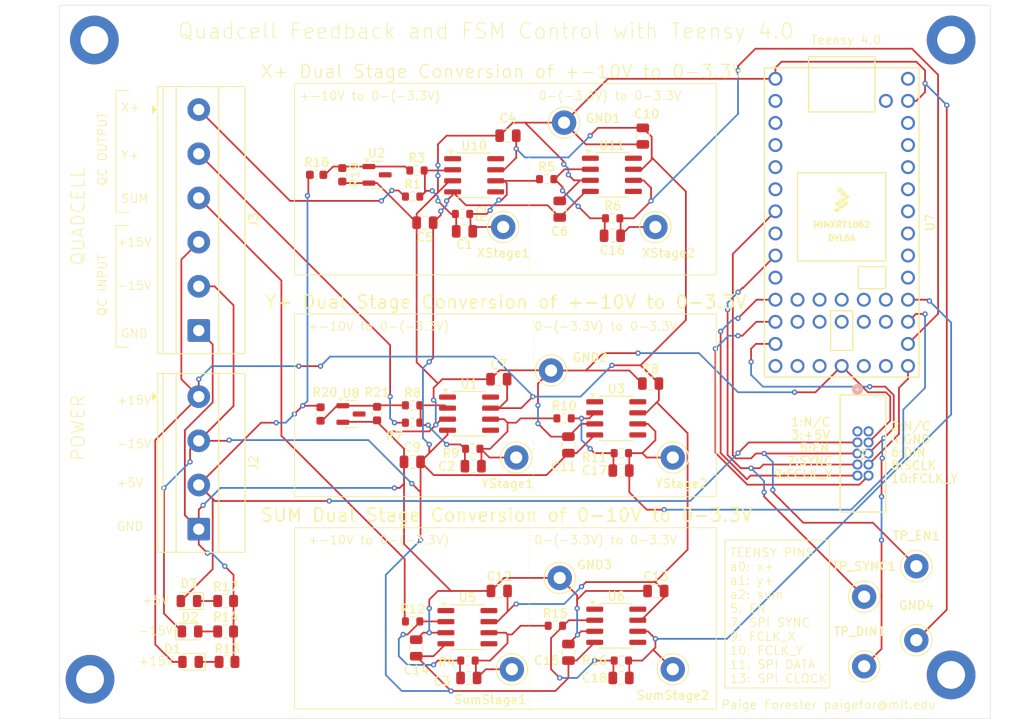
<source format=kicad_pcb>
(kicad_pcb (version 20241229) (generator "pcbnew") (generator_version "9.0")
  (layers (0 "F.Cu" signal) (2 "B.Cu" signal) (13 "F.Paste" user) (15 "B.Paste" user) (5 "F.SilkS" user "F.Silkscreen") (7 "B.SilkS" user "B.Silkscreen") (1 "F.Mask" user) (3 "B.Mask" user) (25 "Edge.Cuts" user))
  (net 0 "")
  (net 1 "Net-(U2-K)")
  (net 3 "+5V")
  (net 4 "+15V")
  (net 5 "-15V")
  (net 6 "GND")
  (net 38 "Net-(U10--)")
  (net 39 "Net-(U1--)")
  (net 40 "Net-(U5--)")
  (net 41 "Net-(U11--)")
  (net 42 "Net-(U3--)")
  (net 43 "Net-(U6--)")
  (net 62 "/x+")
  (net 63 "/SCLK")
  (net 64 "/EN")
  (net 65 "/FCLK_X")
  (net 66 "/FCLK_Y")
  (net 67 "/SYNC")
  (net 68 "/DIN")
  (net 69 "/y+")
  (net 70 "/sum")
  (net 72 "/x_stage1")
  (net 73 "/y_stage1")
  (net 74 "/sum_stage1")
  (net 75 "Net-(D1-K)")
  (net 76 "Net-(D3-K)")
  (net 77 "Net-(D2-A)")
  (net 78 "Net-(U8-K)")
  (net 80 "/x_stage2")
  (net 81 "/y_stage2")
  (net 82 "/sum_stage2")
  (footprint "Resistor_SMD:R_0603_1608Metric" (layer "F.Cu") (at 96.5 44.5)
    (property "Reference" "R5")
    (property "Value" "100k")
  )
  (footprint "LED_SMD:LED_0805_2012Metric" (layer "F.Cu") (at 55.5625 100 180)
    (property "Reference" "D1")
    (property "Value" "5962-XL-2012UGCTR-ND")
  )
  (footprint "Capacitor_SMD:C_0805_2012Metric" (layer "F.Cu") (at 81.5 98.39625 -90)
    (property "Reference" "C14")
    (property "Value" "0.1uF")
  )
  (footprint "MountingHole:MountingHole_3.2mm_M3_DIN965_Pad_TopBottom" (layer "F.Cu") (at 143 28.5)
    (property "Reference" "H3")
    (property "Value" "MountingHole_Pad_MP")
  )
  (footprint "TestPoint:TestPoint_Loop_D3.50mm_Drill1.4mm_Beaded" (layer "F.Cu") (at 111 76.5)
    (property "Reference" "YStage2")
    (property "Value" "TP_ystage2")
  )
  (footprint "Capacitor_SMD:C_0805_2012Metric" (layer "F.Cu") (at 91.05 91.84625)
    (property "Reference" "C12")
    (property "Value" "0.1uF")
  )
  (footprint "TestPoint:TestPoint_Loop_D3.50mm_Drill1.4mm_Beaded" (layer "F.Cu") (at 91.5 50)
    (property "Reference" "XStage1")
    (property "Value" "TP_xstage1")
  )
  (footprint "Capacitor_SMD:C_0805_2012Metric" (layer "F.Cu") (at 91 67.5)
    (property "Reference" "C7")
    (property "Value" "0.1uF")
  )
  (footprint "Capacitor_SMD:C_0805_2012Metric" (layer "F.Cu") (at 99 98.89625 -90)
    (property "Reference" "C15")
    (property "Value" "0.1uF")
  )
  (footprint "Resistor_SMD:R_0603_1608Metric" (layer "F.Cu") (at 105.0875 99.84625)
    (property "Reference" "R16")
    (property "Value" "100k")
  )
  (footprint "Capacitor_SMD:C_0805_2012Metric" (layer "F.Cu") (at 105.05 78)
    (property "Reference" "C17")
    (property "Value" "C")
  )
  (footprint "Resistor_SMD:R_0603_1608Metric" (layer "F.Cu") (at 104.0875 49)
    (property "Reference" "R6")
    (property "Value" "100k")
  )
  (footprint "Resistor_SMD:R_0603_1608Metric" (layer "F.Cu") (at 81.0875 95.34625)
    (property "Reference" "R12")
    (property "Value" "100k")
  )
  (footprint "Package_SO:SOIC-8_3.9x4.9mm_P1.27mm" (layer "F.Cu") (at 88.1625 44.055)
    (property "Reference" "U10")
    (property "Value" "LT1012")
  )
  (footprint "Package_TO_SOT_SMD:SOT-23" (layer "F.Cu") (at 74 71.5)
    (property "Reference" "U8")
    (property "Value" "LM4040DBZ-2.0")
  )
  (footprint "TestPoint:TestPoint_Loop_D3.50mm_Drill1.4mm_Beaded" (layer "F.Cu") (at 139 89 180)
    (property "Reference" "TP_EN1")
    (property "Value" "TP_EN")
  )
  (footprint "Resistor_SMD:R_0805_2012Metric" (layer "F.Cu") (at 59.75 100 180)
    (property "Reference" "R13")
    (property "Value" "1300")
  )
  (footprint "TestPoint:TestPoint_Loop_D3.50mm_Drill1.4mm_Beaded" (layer "F.Cu") (at 92.5 100.84625)
    (property "Reference" "SumStage1")
    (property "Value" "TP_sumstage1")
  )
  (footprint "Resistor_SMD:R_0805_2012Metric" (layer "F.Cu") (at 59.5875 96.5)
    (property "Reference" "R14")
    (property "Value" "1300")
  )
  (footprint "TestPoint:TestPoint_Loop_D3.50mm_Drill1.4mm_Beaded" (layer "F.Cu") (at 139 97.5 180)
    (property "Reference" "GND4")
    (property "Value" "TP_GND4")
  )
  (footprint "Capacitor_SMD:C_0603_1608Metric" (layer "F.Cu") (at 73 44 -90)
    (property "Reference" "R19")
    (property "Value" "10k")
  )
  (footprint "Capacitor_SMD:C_0805_2012Metric" (layer "F.Cu") (at 99 75.05 -90)
    (property "Reference" "C11")
    (property "Value" "0.1uF")
  )
  (footprint "MountingHole:MountingHole_3.2mm_M3_DIN965_Pad_TopBottom" (layer "F.Cu") (at 44.5 28.5)
    (property "Reference" "H1")
    (property "Value" "MountingHole_Pad_MP")
  )
  (footprint "TestPoint:TestPoint_Loop_D3.50mm_Drill1.4mm_Beaded" (layer "F.Cu") (at 109 50)
    (property "Reference" "XStage2")
    (property "Value" "TP_xstage2")
  )
  (footprint "LED_SMD:LED_0805_2012Metric" (layer "F.Cu") (at 55.5 96.5)
    (property "Reference" "D2")
    (property "Value" "5962-XL-2012UGCTR-ND")
  )
  (footprint "Package_SO:SOIC-8_3.9x4.9mm_P1.27mm" (layer "F.Cu") (at 104 44)
    (property "Reference" "U11")
    (property "Value" "LT1012")
  )
  (footprint "Capacitor_SMD:C_0805_2012Metric" (layer "F.Cu") (at 107.55 39.55 90)
    (property "Reference" "C10")
    (property "Value" "0.1uF")
  )
  (footprint "Resistor_SMD:R_0603_1608Metric" (layer "F.Cu") (at 81.0875 72.5)
    (property "Reference" "R7")
    (property "Value" "100k")
  )
  (footprint "Capacitor_SMD:C_0603_1608Metric" (layer "F.Cu") (at 70.05 44)
    (property "Reference" "R18")
    (property "Value" "750")
  )
  (footprint "Capacitor_SMD:C_0805_2012Metric" (layer "F.Cu") (at 108.45 68)
    (property "Reference" "C8")
    (property "Value" "0.1uF")
  )
  (footprint "Capacitor_SMD:C_0805_2012Metric" (layer "F.Cu") (at 87.55 101.84625)
    (property "Reference" "C3")
    (property "Value" "C")
  )
  (footprint "Package_TO_SOT_SMD:SOT-23" (layer "F.Cu") (at 77 44)
    (property "Reference" "U2")
    (property "Value" "LM4040DBZ-2.0")
  )
  (footprint "Resistor_SMD:R_0603_1608Metric" (layer "F.Cu") (at 81.5875 43.5)
    (property "Reference" "R3")
    (property "Value" "20k")
  )
  (footprint "TerminalBlock_Phoenix:TerminalBlock_Phoenix_MKDS-1,5-4-5.08_1x04_P5.08mm_Horizontal" (layer "F.Cu") (at 56.5 69.5 -90)
    (property "Reference" "J2")
    (property "Value" "Screw_Terminal_01x04")
  )
  (footprint "TestPoint:TestPoint_Loop_D3.50mm_Drill1.4mm_Beaded" (layer "F.Cu") (at 98 90.34625)
    (property "Reference" "GND3")
    (property "Value" "TP_GND3")
  )
  (footprint "Package_SO:SOIC-8_3.9x4.9mm_P1.27mm" (layer "F.Cu") (at 87.575 71.46)
    (property "Reference" "U1")
    (property "Value" "LT1012")
  )
  (footprint "Capacitor_SMD:C_0805_2012Metric" (layer "F.Cu") (at 98 47.95 -90)
    (property "Reference" "C6")
    (property "Value" "0.1uF")
  )
  (footprint "Resistor_SMD:R_0603_1608Metric" (layer "F.Cu") (at 105.0875 76)
    (property "Reference" "R11")
    (property "Value" "100k")
  )
  (footprint "TestPoint:TestPoint_Loop_D3.50mm_Drill1.4mm_Beaded" (layer "F.Cu") (at 98.5 38)
    (property "Reference" "GND1")
    (property "Value" "TP_GND1")
  )
  (footprint "Capacitor_SMD:C_0603_1608Metric" (layer "F.Cu") (at 70.5 71.5 -90)
    (property "Reference" "R20")
    (property "Value" "750")
  )
  (footprint "FSM:CONN_3220-10-0100-00_CNC" (layer "F.Cu") (at 132.23 73.5 -90)
    (property "Reference" "J4")
    (property "Value" "FSM DRIVER")
  )
  (footprint "Package_SO:SOIC-8_3.9x4.9mm_P1.27mm" (layer "F.Cu") (at 87.3875 96.00875)
    (property "Reference" "U5")
    (property "Value" "LT1012")
  )
  (footprint "Resistor_SMD:R_0603_1608Metric" (layer "F.Cu") (at 97.5 95.84625)
    (property "Reference" "R15")
    (property "Value" "100k")
  )
  (footprint "Resistor_SMD:R_0603_1608Metric" (layer "F.Cu") (at 87.45 99.84625)
    (property "Reference" "R4")
    (property "Value" "33k")
  )
  (footprint "TestPoint:TestPoint_Loop_D3.50mm_Drill1.4mm_Beaded" (layer "F.Cu") (at 133 100.5 180)
    (property "Reference" "TP_DIN1")
    (property "Value" "TP_DIN")
  )
  (footprint "Capacitor_SMD:C_0805_2012Metric" (layer "F.Cu") (at 81.05 77)
    (property "Reference" "C9")
    (property "Value" "0.1uF")
  )
  (footprint "teensyFP:Teensy40" (layer "F.Cu") (at 130.42 49.47 -90)
    (property "Reference" "U7")
    (property "Value" "Teensy4.0")
  )
  (footprint "Resistor_SMD:R_0603_1608Metric" (layer "F.Cu") (at 88 75.5)
    (property "Reference" "R9")
    (property "Value" "16k")
  )
  (footprint "Resistor_SMD:R_0603_1608Metric" (layer "F.Cu") (at 86.825 48.5)
    (property "Reference" "R2")
    (property "Value" "16k")
  )
  (footprint "Capacitor_SMD:C_0805_2012Metric" (layer "F.Cu") (at 87.05 50.5)
    (property "Reference" "C1")
    (property "Value" "C")
  )
  (footprint "Capacitor_SMD:C_0805_2012Metric" (layer "F.Cu") (at 105.05 101.84625)
    (property "Reference" "C18")
    (property "Value" "C")
  )
  (footprint "Capacitor_SMD:C_0805_2012Metric" (layer "F.Cu") (at 88.05 77.5)
    (property "Reference" "C2")
    (property "Value" "C")
  )
  (footprint "Capacitor_SMD:C_0805_2012Metric" (layer "F.Cu") (at 92.05 39.5 180)
    (property "Reference" "C4")
    (property "Value" "0.1uF")
  )
  (footprint "MountingHole:MountingHole_3.2mm_M3_DIN965_Pad_TopBottom" (layer "F.Cu") (at 44 102)
    (property "Reference" "H2")
    (property "Value" "MountingHole_Pad_MP")
  )
  (footprint "Capacitor_SMD:C_0603_1608Metric" (layer "F.Cu") (at 77 71.45 -90)
    (property "Reference" "R21")
    (property "Value" "10k")
  )
  (footprint "Resistor_SMD:R_0603_1608Metric" (layer "F.Cu") (at 81.0875 70.5)
    (property "Reference" "R8")
    (property "Value" "20k")
  )
  (footprint "TestPoint:TestPoint_Loop_D3.50mm_Drill1.4mm_Beaded" (layer "F.Cu") (at 111 100.84625)
    (property "Reference" "SumStage2")
    (property "Value" "TP_sumstage2")
  )
  (footprint "Package_SO:SOIC-8_3.9x4.9mm_P1.27mm" (layer "F.Cu") (at 104.5 72)
    (property "Reference" "U3")
    (property "Value" "LT1012")
  )
  (footprint "Capacitor_SMD:C_0805_2012Metric" (layer "F.Cu") (at 104.05 51)
    (property "Reference" "C16")
    (property "Value" "C")
  )
  (footprint "Capacitor_SMD:C_0805_2012Metric" (layer "F.Cu") (at 82.5 49.5 180)
    (property "Reference" "C5")
    (property "Value" "0.1uF")
  )
  (footprint "Resistor_SMD:R_0805_2012Metric" (layer "F.Cu") (at 59.5875 93)
    (property "Reference" "R17")
    (property "Value" "300")
  )
  (footprint "Resistor_SMD:R_0603_1608Metric" (layer "F.Cu") (at 81.0875 46.5)
    (property "Reference" "R1")
    (property "Value" "100k")
  )
  (footprint "Capacitor_SMD:C_0805_2012Metric" (layer "F.Cu") (at 109.05 91.84625)
    (property "Reference" "C13")
    (property "Value" "0.1uF")
  )
  (footprint "LED_SMD:LED_0805_2012Metric" (layer "F.Cu") (at 55.375 93 180)
    (property "Reference" "D3")
    (property "Value" "5962-XL-2012UGCTR-ND")
  )
  (footprint "Package_SO:SOIC-8_3.9x4.9mm_P1.27mm" (layer "F.Cu") (at 104.5 95.84625)
    (property "Reference" "U6")
    (property "Value" "LT1012")
  )
  (footprint "TestPoint:TestPoint_Loop_D3.50mm_Drill1.4mm_Beaded" (layer "F.Cu") (at 133 92.5 180)
    (property "Reference" "TP_SYNC1")
    (property "Value" "TP_SYNC")
  )
  (footprint "TestPoint:TestPoint_Loop_D3.50mm_Drill1.4mm_Beaded" (layer "F.Cu") (at 93 76.5)
    (property "Reference" "YStage1")
    (property "Value" "TP_ystage1")
  )
  (footprint "MountingHole:MountingHole_3.2mm_M3_DIN965_Pad_TopBottom" (layer "F.Cu") (at 143 101.5)
    (property "Reference" "H4")
    (property "Value" "MountingHole_Pad_MP")
  )
  (footprint "TerminalBlock_Phoenix:TerminalBlock_Phoenix_MKDS-1,5-6-5.08_1x06_P5.08mm_Horizontal" (layer "F.Cu") (at 56.5 36.5 -90)
    (property "Reference" "J3")
    (property "Value" "Screw_Terminal_01x06")
  )
  (footprint "Resistor_SMD:R_0603_1608Metric" (layer "F.Cu") (at 98.5 72)
    (property "Reference" "R10")
    (property "Value" "100k")
  )
  (footprint "TestPoint:TestPoint_Loop_D3.50mm_Drill1.4mm_Beaded" (layer "F.Cu") (at 97 66.5)
    (property "Reference" "GND2")
    (property "Value" "TP_GND2")
  )
  (gr_rect (start 67.5 84.57125) (end 116 105.42875) (stroke (width 0.1)) (fill no) (layer "F.SilkS"))
  (gr_rect (start 117 86) (end 129 103) (stroke (width 0.1)) (fill no) (layer "F.SilkS"))
  (gr_line (start 47 34.32) (end 47 48.32) (stroke (width 0.1)) (layer "F.SilkS"))
  (gr_line (start 47 63.82) (end 48.5 63.82) (stroke (width 0.1)) (layer "F.SilkS"))
  (gr_line (start 47 34.32) (end 48.5 34.32) (stroke (width 0.1)) (layer "F.SilkS"))
  (gr_line (start 47 49.82) (end 47 63.82) (stroke (width 0.1)) (layer "F.SilkS"))
  (gr_rect (start 67.5 33.5) (end 116 55.5) (stroke (width 0.1)) (fill no) (layer "F.SilkS"))
  (gr_line (start 94.5 55.5) (end 94.5 33.5) (stroke (width 0.1) (type dot)) (layer "F.SilkS"))
  (gr_line (start 47 49.82) (end 48.5 49.82) (stroke (width 0.1)) (layer "F.SilkS"))
  (gr_line (start 95 60) (end 95 81) (stroke (width 0.1) (type dot)) (layer "F.SilkS"))
  (gr_rect (start 67.5 60) (end 116 81) (stroke (width 0.1)) (fill no) (layer "F.SilkS"))
  (gr_line (start 94.5 84.57125) (end 94.5 105.57125) (stroke (width 0.1) (type dot)) (layer "F.SilkS"))
  (gr_line (start 47 48.32) (end 48.5 48.32) (stroke (width 0.1)) (layer "F.SilkS"))
  (gr_rect (start 40.5 24.5) (end 147.5 106.5) (stroke (width 0.05)) (fill no) (layer "Edge.Cuts"))
  (gr_text "0-(-3.3V) to 0-3.3V" (at 95 86.57125 0) (layer "F.SilkS") (effects (font (size 1 1) (thickness 0.1)) (justify left bottom)))
  (gr_text "3:+5V" (at 124.5 74.5 0) (layer "F.SilkS") (effects (font (size 1 1)) (justify left bottom)))
  (gr_text "0-(-3.3V) to 0-3.3V" (at 95.5 35.5 0) (layer "F.SilkS") (effects (font (size 1 1) (thickness 0.1)) (justify left bottom)))
  (gr_text "7:SYNC" (at 124 77.5 0) (layer "F.SilkS") (effects (font (size 1 1)) (justify left bottom)))
  (gr_text "+-10V to 0-(-3.3V)" (at 69 62 0) (layer "F.SilkS") (effects (font (size 1 1) (thickness 0.1)) (justify left bottom)))
  (gr_text "Paige Forester paigefor@mit.edu" (at 116.5 105.5 0) (layer "F.SilkS") (effects (font (size 1 1) (thickness 0.1)) (justify left bottom)))
  (gr_text "+-10V to 0-(-3.3V)" (at 69 86.57125 0) (layer "F.SilkS") (effects (font (size 1 1) (thickness 0.1)) (justify left bottom)))
  (gr_text "SUM" (at 47.5 47.32 0) (layer "F.SilkS") (effects (font (size 1 1) (thickness 0.1)) (justify left bottom)))
  (gr_text "2:N/C" (at 136 73.5 0) (layer "F.SilkS") (effects (font (size 1 1)) (justify left bottom)))
  (gr_text "Quadcell Feedback and FSM Control with Teensy 4.0" (at 54 28.5 0) (layer "F.SilkS") (effects (font (size 1.762 1.762) (thickness 0.1)) (justify left bottom)))
  (gr_text "Y+ Dual Stage Conversion of +-10V to 0-3.3V" (at 64 59.5 0) (layer "F.SilkS") (effects (font (size 1.508 1.508) (thickness 0.1885)) (justify left bottom)))
  (gr_text "QC OUTPUT" (at 46 45.32 90) (layer "F.SilkS") (effects (font (size 1 1) (thickness 0.1)) (justify left bottom)))
  (gr_text "X+ Dual Stage Conversion of +-10V to 0-3.3V" (at 63.5 33 0) (layer "F.SilkS") (effects (font (size 1.508 1.508) (thickness 0.125)) (justify left bottom)))
  (gr_text "GND" (at 47 85 0) (layer "F.SilkS") (effects (font (size 1 1) (thickness 0.1)) (justify left bottom)))
  (gr_text "10:FCLK_Y" (at 136 79.5 0) (layer "F.SilkS") (effects (font (size 1 1)) (justify left bottom)))
  (gr_text "0-(-3.3V) to 0-3.3V" (at 95 62 0) (layer "F.SilkS") (effects (font (size 1 1) (thickness 0.1)) (justify left bottom)))
  (gr_text "SUM Dual Stage Conversion of 0-10V to 0-3.3V" (at 63.5 84 0) (layer "F.SilkS") (effects (font (size 1.508 1.508) (thickness 0.1885)) (justify left bottom)))
  (gr_text "Y+" (at 47.5 42.32 0) (layer "F.SilkS") (effects (font (size 1 1) (thickness 0.1)) (justify left bottom)))
  (gr_text "6:DIN" (at 136 76.5 0) (layer "F.SilkS") (effects (font (size 1 1)) (justify left bottom)))
  (gr_text "-15V" (at 49.5 97 0) (layer "F.SilkS") (effects (font (size 1 1) (thickness 0.1)) (justify left bottom)))
  (gr_text "-15V" (at 47 57.32 0) (layer "F.SilkS") (effects (font (size 1 1) (thickness 0.1)) (justify left bottom)))
  (gr_text "8:SCLK" (at 136 78 0) (layer "F.SilkS") (effects (font (size 1 1)) (justify left bottom)))
  (gr_text "+15V" (at 49.5 100.5 0) (layer "F.SilkS") (effects (font (size 1 1) (thickness 0.1)) (justify left bottom)))
  (gr_text "+5V" (at 47 80 0) (layer "F.SilkS") (effects (font (size 1 1) (thickness 0.1)) (justify left bottom)))
  (gr_text "QUADCELL" (at 43.5 54.5 90) (layer "F.SilkS") (effects (font (size 1.508 1.508) (thickness 0.1)) (justify left bottom)))
  (gr_text "1:N/C" (at 124.5 73 0) (layer "F.SilkS") (effects (font (size 1 1)) (justify left bottom)))
  (gr_text "GND\n" (at 47.5 62.82 0) (layer "F.SilkS") (effects (font (size 1 1) (thickness 0.1)) (justify left bottom)))
  (gr_text "TEENSY PINS\na0: x+\na1: y+\na2: sum\n5: EN\n7: SPI SYNC\n9: FCLK_X\n10: FCLK_Y\n11: SPI DATA\n13: SPI CLOCK" (at 117.5 102.5 0) (layer "F.SilkS") (effects (font (size 1 1) (thickness 0.1)) (justify left bottom)))
  (gr_text "4:GND" (at 136 75 0) (layer "F.SilkS") (effects (font (size 1 1)) (justify left bottom)))
  (gr_text "+15V" (at 47 52.32 0) (layer "F.SilkS") (effects (font (size 1 1) (thickness 0.1)) (justify left bottom)))
  (gr_text "Teensy 4.0" (at 126.8 29.08 0) (layer "F.SilkS") (effects (font (size 1 1) (thickness 0.1)) (justify left bottom)))
  (gr_text "5:EN" (at 125.5 76 0) (layer "F.SilkS") (effects (font (size 1 1)) (justify left bottom)))
  (gr_text "X+" (at 47.5 36.82 0) (layer "F.SilkS") (effects (font (size 1 1) (thickness 0.1)) (justify left bottom)))
  (gr_text "+5V" (at 49.9375 93.5 0) (layer "F.SilkS") (effects (font (size 1 1) (thickness 0.1)) (justify left bottom)))
  (gr_text "POWER" (at 43.5 77 90) (layer "F.SilkS") (effects (font (size 1.508 1.508) (thickness 0.1)) (justify left bottom)))
  (gr_text "+-10V to 0-(-3.3V)" (at 68 35.5 0) (layer "F.SilkS") (effects (font (size 1 1) (thickness 0.1)) (justify left bottom)))
  (gr_text "QC INPUT" (at 46 60.32 90) (layer "F.SilkS") (effects (font (size 1 1) (thickness 0.1)) (justify left bottom)))
  (gr_text "9:FCLK_X" (at 122.5 79 0) (layer "F.SilkS") (effects (font (size 1 1)) (justify left bottom)))
  (gr_text "-15V" (at 47 75.5 0) (layer "F.SilkS") (effects (font (size 1 1) (thickness 0.1)) (justify left bottom)))
  (gr_text "+15V" (at 47 70.5 0) (layer "F.SilkS") (effects (font (size 1 1) (thickness 0.1)) (justify left bottom)))
  (segment (start 80.225 43.05) (end 76.0625 43.05) (width 0.2) (layer "F.Cu") (net 1))
  (segment (start 71 44) (end 71.95 43.05) (width 0.2) (layer "F.Cu") (net 1))
  (segment (start 80.675 43.5) (end 80.225 43.05) (width 0.2) (layer "F.Cu") (net 1))
  (segment (start 71.95 43.05) (end 73 43.05) (width 0.2) (layer "F.Cu") (net 1))
  (segment (start 73 43.05) (end 76.0625 43.05) (width 0.2) (layer "F.Cu") (net 1))
  (segment (start 63.66 72.5) (end 65.4 72.5) (width 0.2) (layer "F.Cu") (net 3))
  (segment (start 69.1 44) (end 69.1 46.3) (width 0.2) (layer "F.Cu") (net 3))
  (segment (start 58.101 81.261) (end 58.101 89.3365) (width 0.2) (layer "F.Cu") (net 3))
  (segment (start 56.5 79.66) (end 58.101 81.261) (width 0.2) (layer "F.Cu") (net 3))
  (segment (start 132.23 74.77) (end 119.73 74.77) (width 0.2) (layer "F.Cu") (net 3))
  (segment (start 56.5 79.66) (end 58.34 81.5) (width 0.2) (layer "F.Cu") (net 3))
  (segment (start 68.45 70.55) (end 70.5 70.55) (width 0.2) (layer "F.Cu") (net 3))
  (segment (start 67.5 71.5) (end 68.45 70.55) (width 0.2) (layer "F.Cu") (net 3))
  (segment (start 56.5 79.66) (end 63.66 72.5) (width 0.2) (layer "F.Cu") (net 3))
  (segment (start 58.101 89.3365) (end 54.4375 93) (width 0.2) (layer "F.Cu") (net 3))
  (segment (start 119.73 74.77) (end 118.5 76) (width 0.2) (layer "F.Cu") (net 3))
  (segment (start 58.34 81.5) (end 71.5 81.5) (width 0.2) (layer "F.Cu") (net 3))
  (segment (start 69.1 46.3) (end 69 46.4) (width 0.2) (layer "F.Cu") (net 3))
  (via (at 68.45 70.55) (size 0.6) (drill 0.3) (layers "F.Cu" "B.Cu") (net 3))
  (via (at 71.5 81.5) (size 0.6) (drill 0.3) (layers "F.Cu" "B.Cu") (net 3))
  (via (at 118.5 76) (size 0.6) (drill 0.3) (layers "F.Cu" "B.Cu") (net 3))
  (via (at 67.5 71.5) (size 0.6) (drill 0.3) (layers "F.Cu" "B.Cu") (net 3))
  (via (at 65.4 72.5) (size 0.6) (drill 0.3) (layers "F.Cu" "B.Cu") (net 3))
  (via (at 69 46.4) (size 0.6) (drill 0.3) (layers "F.Cu" "B.Cu") (net 3))
  (segment (start 65.4 72.5) (end 66.5 72.5) (width 0.2) (layer "B.Cu") (net 3))
  (segment (start 69 46.4) (end 69 70) (width 0.2) (layer "B.Cu") (net 3))
  (segment (start 71.5 81.5) (end 113 81.5) (width 0.2) (layer "B.Cu") (net 3))
  (segment (start 66.5 72.5) (end 67.5 71.5) (width 0.2) (layer "B.Cu") (net 3))
  (segment (start 113 81.5) (end 118.5 76) (width 0.2) (layer "B.Cu") (net 3))
  (segment (start 69 70) (end 68.45 70.55) (width 0.2) (layer "B.Cu") (net 3))
  (segment (start 109.4 69.914999) (end 109.4 68) (width 0.2) (layer "F.Cu") (net 4))
  (segment (start 91.95 67.5) (end 91.95 69.5) (width 0.2) (layer "F.Cu") (net 4))
  (segment (start 107.449999 43.365) (end 108.576 42.238999) (width 0.2) (layer "F.Cu") (net 4))
  (segment (start 56.5 69.5) (end 54.5 67.5) (width 0.2) (layer "F.Cu") (net 4))
  (segment (start 54.5 53.74) (end 56.5 51.74) (width 0.2) (layer "F.Cu") (net 4))
  (segment (start 56.5 69.5) (end 51.5 74.5) (width 0.2) (layer "F.Cu") (net 4))
  (segment (start 108.974 90.82025) (end 101.026 90.82025) (width 0.2) (layer "F.Cu") (net 4))
  (segment (start 91.024999 70.825) (end 90.05 70.825) (width 0.2) (layer "F.Cu") (net 4))
  (segment (start 93 42.032499) (end 91.612499 43.42) (width 0.2) (layer "F.Cu") (net 4))
  (segment (start 107.36 95.21125) (end 106.975 95.21125) (width 0.2) (layer "F.Cu") (net 4))
  (segment (start 91.95 69.5) (end 91.95 69.899999) (width 0.2) (layer "F.Cu") (net 4))
  (segment (start 101.026 90.82025) (end 100.5 91.34625) (width 0.2) (layer "F.Cu") (net 4))
  (segment (start 92 94.211249) (end 90.837499 95.37375) (width 0.2) (layer "F.Cu") (net 4))
  (segment (start 106.475 43.365) (end 107.449999 43.365) (width 0.2) (layer "F.Cu") (net 4))
  (segment (start 112.701 73.701) (end 109.1575 70.1575) (width 0.2) (layer "F.Cu") (net 4))
  (segment (start 107.3 65.9) (end 104 65.9) (width 0.2) (layer "F.Cu") (net 4))
  (segment (start 102.4 38.6) (end 101.5 39.5) (width 0.2) (layer "F.Cu") (net 4))
  (segment (start 109.4 68) (end 107.3 65.9) (width 0.2) (layer "F.Cu") (net 4))
  (segment (start 91.612499 43.42) (end 90.6375 43.42) (width 0.2) (layer "F.Cu") (net 4))
  (segment (start 109.1575 70.1575) (end 109.4 69.914999) (width 0.2) (layer "F.Cu") (net 4))
  (segment (start 110 92.57125) (end 107.36 95.21125) (width 0.2) (layer "F.Cu") (net 4))
  (segment (start 110 91.84625) (end 108.974 90.82025) (width 0.2) (layer "F.Cu") (net 4))
  (segment (start 92 91.84625) (end 92 94.211249) (width 0.2) (layer "F.Cu") (net 4))
  (segment (start 91.95 69.899999) (end 91.024999 70.825) (width 0.2) (layer "F.Cu") (net 4))
  (segment (start 92.864999 93.34625) (end 92 94.211249) (width 0.2) (layer "F.Cu") (net 4))
  (segment (start 107.949999 71.365) (end 109.1575 70.1575) (width 0.2) (layer "F.Cu") (net 4))
  (segment (start 112.701 87.09325) (end 112.701 73.701) (width 0.2) (layer "F.Cu") (net 4))
  (segment (start 68 66) (end 70.5 66) (width 0.2) (layer "F.Cu") (net 4))
  (segment (start 108.576 42.238999) (end 108.576 42) (width 0.2) (layer "F.Cu") (net 4))
  (segment (start 110 91.84625) (end 110 92.57125) (width 0.2) (layer "F.Cu") (net 4))
  (segment (start 90.837499 95.37375) (end 89.8625 95.37375) (width 0.2) (layer "F.Cu") (net 4))
  (segment (start 108.576 42) (end 108.576 39.626) (width 0.2) (layer "F.Cu") (net 4))
  (segment (start 56.5 69.5) (end 56.5 67.5) (width 0.2) (layer "F.Cu") (net 4))
  (segment (start 93 41) (end 93 42.032499) (width 0.2) (layer "F.Cu") (net 4))
  (segment (start 93 39.5) (end 93 41) (width 0.2) (layer "F.Cu") (net 4))
  (segment (start 112.5 45.924) (end 108.576 42) (width 0.2) (layer "F.Cu") (net 4))
  (segment (start 54.5 67.5) (end 54.5 53.74) (width 0.2) (layer "F.Cu") (net 4))
  (segment (start 107.55 38.6) (end 102.4 38.6) (width 0.2) (layer "F.Cu") (net 4))
  (segment (start 93 93.34625) (end 92.864999 93.34625) (width 0.2) (layer "F.Cu") (net 4))
  (segment (start 107.3 65.9) (end 112.5 60.7) (width 0.2) (layer "F.Cu") (net 4))
  (segment (start 112.5 60.7) (end 112.5 45.924) (width 0.2) (layer "F.Cu") (net 4))
  (segment (start 93.575 70.825) (end 94.9 69.5) (width 0.2) (layer "F.Cu") (net 4))
  (segment (start 53.5 100) (end 54.625 100) (width 0.2) (layer "F.Cu") (net 4))
  (segment (start 108.576 39.626) (end 107.55 38.6) (width 0.2) (layer "F.Cu") (net 4))
  (segment (start 108.974 90.82025) (end 112.701 87.09325) (width 0.2) (layer "F.Cu") (net 4))
  (segment (start 90.05 70.825) (end 93.575 70.825) (width 0.2) (layer "F.Cu") (net 4))
  (segment (start 51.5 98) (end 53.5 100) (width 0.2) (layer "F.Cu") (net 4))
  (segment (start 106.975 71.365) (end 107.949999 71.365) (width 0.2) (layer "F.Cu") (net 4))
  (segment (start 51.5 74.5) (end 51.5 98) (width 0.2) (layer "F.Cu") (net 4))
  (via (at 93 41) (size 0.6) (drill 0.3) (layers "F.Cu" "B.Cu") (net 4))
  (via (at 104 65.9) (size 0.6) (drill 0.3) (layers "F.Cu" "B.Cu") (net 4))
  (via (at 94.9 69.5) (size 0.6) (drill 0.3) (layers "F.Cu" "B.Cu") (net 4))
  (via (at 70.5 66) (size 0.6) (drill 0.3) (layers "F.Cu" "B.Cu") (net 4))
  (via (at 56.5 67.5) (size 0.6) (drill 0.3) (layers "F.Cu" "B.Cu") (net 4))
  (via (at 100.5 91.34625) (size 0.6) (drill 0.3) (layers "F.Cu" "B.Cu") (net 4))
  (via (at 101.5 39.5) (size 0.6) (drill 0.3) (layers "F.Cu" "B.Cu") (net 4))
  (via (at 93 93.34625) (size 0.6) (drill 0.3) (layers "F.Cu" "B.Cu") (net 4))
  (via (at 68 66) (size 0.6) (drill 0.3) (layers "F.Cu" "B.Cu") (net 4))
  (segment (start 58 66) (end 63.5 66) (width 0.2) (layer "B.Cu") (net 4))
  (segment (start 94 42) (end 93 41) (width 0.2) (layer "B.Cu") (net 4))
  (segment (start 90.399 64.899) (end 95 69.5) (width 0.2) (layer "B.Cu") (net 4))
  (segment (start 70.5 66) (end 71.601 64.899) (width 0.2) (layer "B.Cu") (net 4))
  (segment (start 98.5 93.34625) (end 93 93.34625) (width 0.2) (layer "B.Cu") (net 4))
  (segment (start 99 42) (end 94 42) (width 0.2) (layer "B.Cu") (net 4))
  (segment (start 100.5 91.34625) (end 98.5 93.34625) (width 0.2) (layer "B.Cu") (net 4))
  (segment (start 101.5 39.5) (end 99 42) (width 0.2) (layer "B.Cu") (net 4))
  (segment (start 56.5 67.5) (end 58 66) (width 0.2) (layer "B.Cu") (net 4))
  (segment (start 104 65.9) (end 100.4 69.5) (width 0.2) (layer "B.Cu") (net 4))
  (segment (start 63.5 66) (end 68 66) (width 0.2) (layer "B.Cu") (net 4))
  (segment (start 100.4 69.5) (end 95 69.5) (width 0.2) (layer "B.Cu") (net 4))
  (segment (start 71.601 64.899) (end 90.399 64.899) (width 0.2) (layer "B.Cu") (net 4))
  (segment (start 99.93 76) (end 102.025 73.905) (width 0.2) (layer "F.Cu") (net 5))
  (segment (start 100.995 45.905) (end 101.525 45.905) (width 0.2) (layer "F.Cu") (net 5))
  (segment (start 82 80.5) (end 82 81) (width 0.2) (layer "F.Cu") (net 5))
  (segment (start 58.32 56.82) (end 60.5 59) (width 0.2) (layer "F.Cu") (net 5))
  (segment (start 60.5 70.58) (end 56.5 74.58) (width 0.2) (layer "F.Cu") (net 5))
  (segment (start 85.6875 45.96) (end 85.6875 46.3125) (width 0.2) (layer "F.Cu") (net 5))
  (segment (start 96.6 47.5) (end 87.2275 47.5) (width 0.2) (layer "F.Cu") (net 5))
  (segment (start 83 76) (end 85.1 73.9) (width 0.2) (layer "F.Cu") (net 5))
  (segment (start 99 76) (end 96.474 78.526) (width 0.2) (layer "F.Cu") (net 5))
  (segment (start 55.5 77) (end 55.5 75.58) (width 0.2) (layer "F.Cu") (net 5))
  (segment (start 60.5 59) (end 60.5 70.58) (width 0.2) (layer "F.Cu") (net 5))
  (segment (start 85.6875 46.3125) (end 85 47) (width 0.2) (layer "F.Cu") (net 5))
  (segment (start 83.45 65.05) (end 83 65.5) (width 0.2) (layer "F.Cu") (net 5))
  (segment (start 84.325735 48.174265) (end 84.325735 48.624265) (width 0.2) (layer "F.Cu") (net 5))
  (segment (start 83.48 99.34625) (end 84.9125 97.91375) (width 0.2) (layer "F.Cu") (net 5))
  (segment (start 81.5 99.34625) (end 85.5 103.34625) (width 0.2) (layer "F.Cu") (net 5))
  (segment (start 96.474 78.526) (end 83.526 78.526) (width 0.2) (layer "F.Cu") (net 5))
  (segment (start 81 79.5) (end 82 80.5) (width 0.2) (layer "F.Cu") (net 5))
  (segment (start 97.5 103.34625) (end 99 101.84625) (width 0.2) (layer "F.Cu") (net 5))
  (segment (start 56.5 56.82) (end 58.32 56.82) (width 0.2) (layer "F.Cu") (net 5))
  (segment (start 56.5 74.58) (end 59.92 74.58) (width 0.2) (layer "F.Cu") (net 5))
  (segment (start 83 75) (end 83 76) (width 0.2) (layer "F.Cu") (net 5))
  (segment (start 87.2275 47.5) (end 85.6875 45.96) (width 0.2) (layer "F.Cu") (net 5))
  (segment (start 98 48.9) (end 96.6 47.5) (width 0.2) (layer "F.Cu") (net 5))
  (segment (start 82 81) (end 82 86) (width 0.2) (layer "F.Cu") (net 5))
  (segment (start 99 101.84625) (end 99 99.84625) (width 0.2) (layer "F.Cu") (net 5))
  (segment (start 85.5 103.34625) (end 97.5 103.34625) (width 0.2) (layer "F.Cu") (net 5))
  (segment (start 83.45 49.5) (end 83.45 65.05) (width 0.2) (layer "F.Cu") (net 5))
  (segment (start 55.5 75.58) (end 56.5 74.58) (width 0.2) (layer "F.Cu") (net 5))
  (segment (start 54.5625 96.5) (end 52.5 94.4375) (width 0.2) (layer "F.Cu") (net 5))
  (segment (start 52.5 94.4375) (end 52.5 80) (width 0.2) (layer "F.Cu") (net 5))
  (segment (start 98 48.9) (end 100.995 45.905) (width 0.2) (layer "F.Cu") (net 5))
  (segment (start 84.325735 48.624265) (end 83.45 49.5) (width 0.2) (layer "F.Cu") (net 5))
  (segment (start 82 77) (end 83 76) (width 0.2) (layer "F.Cu") (net 5))
  (segment (start 99.93 99.84625) (end 99 99.84625) (width 0.2) (layer "F.Cu") (net 5))
  (segment (start 102.025 97.75125) (end 99.93 99.84625) (width 0.2) (layer "F.Cu") (net 5))
  (segment (start 83.526 78.526) (end 82 77) (width 0.2) (layer "F.Cu") (net 5))
  (segment (start 59.92 74.58) (end 60 74.5) (width 0.2) (layer "F.Cu") (net 5))
  (segment (start 81.5 99.34625) (end 83.48 99.34625) (width 0.2) (layer "F.Cu") (net 5))
  (segment (start 99 76) (end 99.93 76) (width 0.2) (layer "F.Cu") (net 5))
  (segment (start 82 77) (end 82 81) (width 0.2) (layer "F.Cu") (net 5))
  (segment (start 85.1 73.9) (end 85.1 73.365) (width 0.2) (layer "F.Cu") (net 5))
  (via (at 85.5 103.34625) (size 0.6) (drill 0.3) (layers "F.Cu" "B.Cu") (net 5))
  (via (at 83 65.5) (size 0.6) (drill 0.3) (layers "F.Cu" "B.Cu") (net 5))
  (via (at 82 86) (size 0.6) (drill 0.3) (layers "F.Cu" "B.Cu") (net 5))
  (via (at 84.325735 48.174265) (size 0.6) (drill 0.3) (layers "F.Cu" "B.Cu") (net 5))
  (via (at 83 75) (size 0.6) (drill 0.3) (layers "F.Cu" "B.Cu") (net 5))
  (via (at 81 79.5) (size 0.6) (drill 0.3) (layers "F.Cu" "B.Cu") (net 5))
  (via (at 55.5 77) (size 0.6) (drill 0.3) (layers "F.Cu" "B.Cu") (net 5))
  (via (at 60 74.5) (size 0.6) (drill 0.3) (layers "F.Cu" "B.Cu") (net 5))
  (via (at 52.5 80) (size 0.6) (drill 0.3) (layers "F.Cu" "B.Cu") (net 5))
  (via (at 85 47) (size 0.6) (drill 0.3) (layers "F.Cu" "B.Cu") (net 5))
  (segment (start 78 101.5) (end 79.84625 103.34625) (width 0.2) (layer "B.Cu") (net 5))
  (segment (start 52.5 80) (end 55.5 77) (width 0.2) (layer "B.Cu") (net 5))
  (segment (start 85 47) (end 85 47.5) (width 0.2) (layer "B.Cu") (net 5))
  (segment (start 76 74.5) (end 81 79.5) (width 0.2) (layer "B.Cu") (net 5))
  (segment (start 79.84625 103.34625) (end 85.5 103.34625) (width 0.2) (layer "B.Cu") (net 5))
  (segment (start 82 86) (end 78 90) (width 0.2) (layer "B.Cu") (net 5))
  (segment (start 60 74.5) (end 76 74.5) (width 0.2) (layer "B.Cu") (net 5))
  (segment (start 85 47.5) (end 84.325735 48.174265) (width 0.2) (layer "B.Cu") (net 5))
  (segment (start 82.274334 66.225666) (end 82.274334 74.274334) (width 0.2) (layer "B.Cu") (net 5))
  (segment (start 78 90) (end 78 101.5) (width 0.2) (layer "B.Cu") (net 5))
  (segment (start 83 65.5) (end 82.274334 66.225666) (width 0.2) (layer "B.Cu") (net 5))
  (segment (start 82.274334 74.274334) (end 83 75) (width 0.2) (layer "B.Cu") (net 5))
  (segment (start 97 66.5) (end 101 66.5) (width 0.2) (layer "F.Cu") (net 6))
  (segment (start 56.5 82.5) (end 57 82) (width 0.2) (layer "F.Cu") (net 6))
  (segment (start 84.405 72.095) (end 85.1 72.095) (width 0.2) (layer "F.Cu") (net 6))
  (segment (start 100.465 72.635) (end 102.025 72.635) (width 0.2) (layer "F.Cu") (net 6))
  (segment (start 85 39.5) (end 84 40.5) (width 0.2) (layer "F.Cu") (net 6))
  (segment (start 80.1 75.5) (end 78.101 73.501) (width 0.2) (layer "F.Cu") (net 6))
  (segment (start 122.8 32.96) (end 122.8 31.7) (width 0.2) (layer "F.Cu") (net 6))
  (segment (start 100 92.34625) (end 100 92.84625) (width 0.2) (layer "F.Cu") (net 6))
  (segment (start 56.5 84.74) (end 54.899 83.139) (width 0.2) (layer "F.Cu") (net 6))
  (segment (start 79.6 80) (end 80.1 79.5) (width 0.2) (layer "F.Cu") (net 6))
  (segment (start 77 72.4) (end 73.1125 72.4) (width 0.2) (layer "F.Cu") (net 6))
  (segment (start 108.1 91.84625) (end 101 91.84625) (width 0.2) (layer "F.Cu") (net 6))
  (segment (start 59.5 89) (end 60.5 90) (width 0.2) (layer "F.Cu") (net 6))
  (segment (start 60.5 90) (end 60.5 93) (width 0.2) (layer "F.Cu") (net 6))
  (segment (start 84.515266 45.515266) (end 85.340532 44.69) (width 0.2) (layer "F.Cu") (net 6))
  (segment (start 84 46.030532) (end 83.515266 46.515266) (width 0.2) (layer "F.Cu") (net 6))
  (segment (start 101 91.84625) (end 100 92.84625) (width 0.2) (layer "F.Cu") (net 6))
  (segment (start 83 92.84625) (end 83 93.84625) (width 0.2) (layer "F.Cu") (net 6))
  (segment (start 99 74.1) (end 100.465 72.635) (width 0.2) (layer "F.Cu") (net 6))
  (segment (start 76.0625 44.95) (end 77 44.95) (width 0.2) (layer "F.Cu") (net 6))
  (segment (start 123.5 31) (end 139 31) (width 0.2) (layer "F.Cu") (net 6))
  (segment (start 140 34.5) (end 139 35.5) (width 0.2) (layer "F.Cu") (net 6))
  (segment (start 99 97.94625) (end 100.05 96.89625) (width 0.2) (layer "F.Cu") (net 6))
  (segment (start 101 40.5) (end 98.5 38) (width 0.2) (layer "F.Cu") (net 6))
  (segment (start 91.076 66.474) (end 96.974 66.474) (width 0.2) (layer "F.Cu") (net 6))
  (segment (start 81.55 49.5) (end 81.55 65.55) (width 0.2) (layer "F.Cu") (net 6))
  (segment (start 94 38) (end 98.5 38) (width 0.2) (layer "F.Cu") (net 6))
  (segment (start 99.635 44.635) (end 99 44) (width 0.2) (layer "F.Cu") (net 6))
  (segment (start 56.5 84.74) (end 56.5 82.5) (width 0.2) (layer "F.Cu") (net 6))
  (segment (start 77 72.4) (end 78.101 73.501) (width 0.2) (layer "F.Cu") (net 6))
  (segment (start 80.1 77) (end 80.1 79.5) (width 0.2) (layer "F.Cu") (net 6))
  (segment (start 60.5 96.5) (end 60.5 93) (width 0.2) (layer "F.Cu") (net 6))
  (segment (start 100 92.84625) (end 100 93.84625) (width 0.2) (layer "F.Cu") (net 6))
  (segment (start 83.5 68.5) (end 83.5 70) (width 0.2) (layer "F.Cu") (net 6))
  (segment (start 140 32) (end 140 33.5) (width 0.2) (layer "F.Cu") (net 6))
  (segment (start 97 74.1) (end 95.5 72.6) (width 0.2) (layer "F.Cu") (net 6))
  (segment (start 83 96.64375) (end 84.9125 96.64375) (width 0.2) (layer "F.Cu") (net 6))
  (segment (start 85.5 91.84625) (end 84 91.84625) (width 0.2) (layer "F.Cu") (net 6))
  (segment (start 83.515266 46.515266) (end 84.515266 45.515266) (width 0.2) (layer "F.Cu") (net 6))
  (segment (start 139 31) (end 140 32) (width 0.2) (layer "F.Cu") (net 6))
  (segment (start 90.05 67.5) (end 84.5 67.5) (width 0.2) (layer "F.Cu") (net 6))
  (segment (start 83.5 70) (end 83.5 69.9) (width 0.2) (layer "F.Cu") (net 6))
  (segment (start 73 44.95) (end 76.0625 44.95) (width 0.2) (layer "F.Cu") (net 6))
  (segment (start 127.4 69) (end 130.42 65.98) (width 0.2) (layer "F.Cu") (net 6))
  (segment (start 136 69.5) (end 135.5 69) (width 0.2) (layer "F.Cu") (net 6))
  (segment (start 84 68) (end 83.5 68.5) (width 0.2) (layer "F.Cu") (net 6))
  (segment (start 98.25 42.25) (end 94 38) (width 0.2) (layer "F.Cu") (net 6))
  (segment (start 84 44.1) (end 84 46.030532) (width 0.2) (layer "F.Cu") (net 6))
  (segment (start 100.465 96.48125) (end 102.025 96.48125) (width 0.2) (layer "F.Cu") (net 6))
  (segment (start 60.5 99.8375) (end 60.6625 100) (width 0.2) (layer "F.Cu") (net 6))
  (segment (start 85.340532 44.69) (end 85.6875 44.69) (width 0.2) (layer "F.Cu") (net 6))
  (segment (start 90.05 67.5) (end 91.076 66.474) (width 0.2) (layer "F.Cu") (net 6))
  (segment (start 54.899 83.139) (end 54.899 73.365156) (width 0.2) (layer "F.Cu") (net 6))
  (segment (start 101 66.5) (end 103 64.5) (width 0.2) (layer "F.Cu") (net 6))
  (segment (start 90.1 91.84625) (end 91.6 90.34625) (width 0.2) (layer "F.Cu") (net 6))
  (segment (start 92.6 38) (end 94 38) (width 0.2) (layer "F.Cu") (net 6))
  (segment (start 91.1 39.5) (end 85 39.5) (width 0.2) (layer "F.Cu") (net 6))
  (segment (start 95.5 70.5) (end 95.5 68) (width 0.2) (layer "F.Cu") (net 6))
  (segment (start 103 64.5) (end 107 64.5) (width 0.2) (layer "F.Cu") (net 6))
  (segment (start 106 66.5) (end 107.5 68) (width 0.2) (layer "F.Cu") (net 6))
  (segment (start 56.5 86.5) (end 57.5 87.5) (width 0.2) (layer "F.Cu") (net 6))
  (segment (start 140 33.5) (end 140 34.5) (width 0.2) (layer "F.Cu") (net 6))
  (segment (start 83.75 72.75) (end 84.405 72.095) (width 0.2) (layer "F.Cu") (net 6))
  (segment (start 142.5 94) (end 142.5 36) (width 0.2) (layer "F.Cu") (net 6))
  (segment (start 133.44 69) (end 130.42 65.98) (width 0.2) (layer "F.Cu") (net 6))
  (segment (start 81.55 65.55) (end 84 68) (width 0.2) (layer "F.Cu") (net 6))
  (segment (start 99 74.1) (end 97 74.1) (width 0.2) (layer "F.Cu") (net 6))
  (segment (start 58.101 63.501) (end 56.5 61.9) (width 0.2) (layer "F.Cu") (net 6))
  (segment (start 133.5 74.77) (end 136 72.27) (width 0.2) (layer "F.Cu") (net 6))
  (segment (start 80.1 86.44625) (end 85.5 91.84625) (width 0.2) (layer "F.Cu") (net 6))
  (segment (start 101.525 44.635) (end 99.635 44.635) (width 0.2) (layer "F.Cu") (net 6))
  (segment (start 139 97.5) (end 142.5 94) (width 0.2) (layer "F.Cu") (net 6))
  (segment (start 91.6 90.34625) (end 98 90.34625) (width 0.2) (layer "F.Cu") (net 6))
  (segment (start 81.55 49.5) (end 81.55 48.480532) (width 0.2) (layer "F.Cu") (net 6))
  (segment (start 135.5 69) (end 133.44 69) (width 0.2) (layer "F.Cu") (net 6))
  (segment (start 84 40.5) (end 84 42.9) (width 0.2) (layer "F.Cu") (net 6))
  (segment (start 95.5 68) (end 97 66.5) (width 0.2) (layer "F.Cu") (net 6))
  (segment (start 81.55 48.480532) (end 83.515266 46.515266) (width 0.2) (layer "F.Cu") (net 6))
  (segment (start 81.5 97.44625) (end 82.3025 96.64375) (width 0.2) (layer "F.Cu") (net 6))
  (segment (start 54.899 73.365156) (end 58.101 70.163156) (width 0.2) (layer "F.Cu") (net 6))
  (segment (start 139 35.5) (end 138.04 35.5) (width 0.2) (layer "F.Cu") (net 6))
  (segment (start 98.470071 42.770017) (end 98.470071 42.470071) (width 0.2) (layer "F.Cu") (net 6))
  (segment (start 136 72.27) (end 136 69.5) (width 0.2) (layer "F.Cu") (net 6))
  (segment (start 80.1 79.5) (end 80.1 86.44625) (width 0.2) (layer "F.Cu") (net 6))
  (segment (start 79 80) (end 79.6 80) (width 0.2) (layer "F.Cu") (net 6))
  (segment (start 80.1 77) (end 80.1 75.5) (width 0.2) (layer "F.Cu") (net 6))
  (segment (start 100.05 96.89625) (end 100.465 96.48125) (width 0.2) (layer "F.Cu") (net 6))
  (segment (start 96.974 66.474) (end 97 66.5) (width 0.2) (layer "F.Cu") (net 6))
  (segment (start 122.8 32.96) (end 103.54 32.96) (width 0.2) (layer "F.Cu") (net 6))
  (segment (start 78.101 73.501) (end 82.999 73.501) (width 0.2) (layer "F.Cu") (net 6))
  (segment (start 98 90.34625) (end 100 92.34625) (width 0.2) (layer "F.Cu") (net 6))
  (segment (start 58.101 70.163156) (end 58.101 63.501) (width 0.2) (layer "F.Cu") (net 6))
  (segment (start 98.470071 42.470071) (end 98.25 42.25) (width 0.2) (layer "F.Cu") (net 6))
  (segment (start 82.999 73.501) (end 83.75 72.75) (width 0.2) (layer "F.Cu") (net 6))
  (segment (start 107.55 40.5) (end 101 40.5) (width 0.2) (layer "F.Cu") (net 6))
  (segment (start 90.1 91.84625) (end 85.5 91.84625) (width 0.2) (layer "F.Cu") (net 6))
  (segment (start 91.1 39.5) (end 92.6 38) (width 0.2) (layer "F.Cu") (net 6))
  (segment (start 82.3025 96.64375) (end 83 96.64375) (width 0.2) (layer "F.Cu") (net 6))
  (segment (start 77 44.95) (end 81.55 49.5) (width 0.2) (layer "F.Cu") (net 6))
  (segment (start 84 91.84625) (end 83 92.84625) (width 0.2) (layer "F.Cu") (net 6))
  (segment (start 73.1125 72.4) (end 73.0625 72.45) (width 0.2) (layer "F.Cu") (net 6))
  (segment (start 101 66.5) (end 106 66.5) (width 0.2) (layer "F.Cu") (net 6))
  (segment (start 122.8 31.7) (end 123.5 31) (width 0.2) (layer "F.Cu") (net 6))
  (segment (start 103.54 32.96) (end 98.5 38) (width 0.2) (layer "F.Cu") (net 6))
  (segment (start 100.365 44.635) (end 101.525 44.635) (width 0.2) (layer "F.Cu") (net 6))
  (segment (start 98 47) (end 100.365 44.635) (width 0.2) (layer "F.Cu") (net 6))
  (segment (start 60.5 96.5) (end 60.5 99.8375) (width 0.2) (layer "F.Cu") (net 6))
  (segment (start 56.5 84.74) (end 56.5 86.5) (width 0.2) (layer "F.Cu") (net 6))
  (segment (start 84.5 67.5) (end 84 68) (width 0.2) (layer "F.Cu") (net 6))
  (segment (start 125 69) (end 127.4 69) (width 0.2) (layer "F.Cu") (net 6))
  (via (at 95.5 70.5) (size 0.6) (drill 0.3) (layers "F.Cu" "B.Cu") (net 6))
  (via (at 83.5 69.9) (size 0.6) (drill 0.3) (layers "F.Cu" "B.Cu") (net 6))
  (via (at 57.5 87.5) (size 0.6) (drill 0.3) (layers "F.Cu" "B.Cu") (net 6))
  (via (at 57 82) (size 0.6) (drill 0.3) (layers "F.Cu" "B.Cu") (net 6))
  (via (at 100.05 96.89625) (size 0.6) (drill 0.3) (layers "F.Cu" "B.Cu") (net 6))
  (via (at 100 93.84625) (size 0.6) (drill 0.3) (layers "F.Cu" "B.Cu") (net 6))
  (via (at 84 44.1) (size 0.6) (drill 0.3) (layers "F.Cu" "B.Cu") (net 6))
  (via (at 84 42.9) (size 0.6) (drill 0.3) (layers "F.Cu" "B.Cu") (net 6))
  (via (at 79 80) (size 0.6) (drill 0.3) (layers "F.Cu" "B.Cu") (net 6))
  (via (at 99 44) (size 0.6) (drill 0.3) (layers "F.Cu" "B.Cu") (net 6))
  (via (at 95.5 72.6) (size 0.6) (drill 0.3) (layers "F.Cu" "B.Cu") (net 6))
  (via (at 98.470071 42.770017) (size 0.6) (drill 0.3) (layers "F.Cu" "B.Cu") (net 6))
  (via (at 59.5 89) (size 0.6) (drill 0.3) (layers "F.Cu" "B.Cu") (net 6))
  (via (at 83.75 72.75) (size 0.6) (drill 0.3) (layers "F.Cu" "B.Cu") (net 6))
  (via (at 83 96.64375) (size 0.6) (drill 0.3) (layers "F.Cu" "B.Cu") (net 6))
  (via (at 83 93.84625) (size 0.6) (drill 0.3) (layers "F.Cu" "B.Cu") (net 6))
  (via (at 140 33.5) (size 0.6) (drill 0.3) (layers "F.Cu" "B.Cu") (net 6))
  (via (at 125 69) (size 0.6) (drill 0.3) (layers "F.Cu" "B.Cu") (net 6))
  (via (at 142.5 36) (size 0.6) (drill 0.3) (layers "F.Cu" "B.Cu") (net 6))
  (via (at 107 64.5) (size 0.6) (drill 0.3) (layers "F.Cu" "B.Cu") (net 6))
  (segment (start 107 64.5) (end 114 64.5) (width 0.2) (layer "B.Cu") (net 6))
  (segment (start 118.5 69) (end 125 69) (width 0.2) (layer "B.Cu") (net 6))
  (segment (start 83 93.84625) (end 83 96.64375) (width 0.2) (layer "B.Cu") (net 6))
  (segment (start 99 44) (end 99 43.299946) (width 0.2) (layer "B.Cu") (net 6))
  (segment (start 83.5 69.9) (end 83.75 70.15) (width 0.2) (layer "B.Cu") (net 6))
  (segment (start 57.5 87.5) (end 58 87.5) (width 0.2) (layer "B.Cu") (net 6))
  (segment (start 84 42.9) (end 84 44.1) (width 0.2) (layer "B.Cu") (net 6))
  (segment (start 142.5 36) (end 140 33.5) (width 0.2) (layer "B.Cu") (net 6))
  (segment (start 114 64.5) (end 118.5 69) (width 0.2) (layer "B.Cu") (net 6))
  (segment (start 57 82) (end 59 80) (width 0.2) (layer "B.Cu") (net 6))
  (segment (start 100 93.84625) (end 100 96.84625) (width 0.2) (layer "B.Cu") (net 6))
  (segment (start 100 96.84625) (end 100.05 96.89625) (width 0.2) (layer "B.Cu") (net 6))
  (segment (start 59 80) (end 79 80) (width 0.2) (layer "B.Cu") (net 6))
  (segment (start 95.5 72.6) (end 95.5 70.5) (width 0.2) (layer "B.Cu") (net 6))
  (segment (start 83.75 70.15) (end 83.75 72.75) (width 0.2) (layer "B.Cu") (net 6))
  (segment (start 99 43.299946) (end 98.470071 42.770017) (width 0.2) (layer "B.Cu") (net 6))
  (segment (start 58 87.5) (end 59.5 89) (width 0.2) (layer "B.Cu") (net 6))
  (segment (start 85.6075 43.5) (end 85.6875 43.42) (width 0.2) (layer "F.Cu") (net 38))
  (segment (start 82.5 43.5) (end 85.6075 43.5) (width 0.2) (layer "F.Cu") (net 38))
  (segment (start 85.9125 48.5) (end 85.5 48.5) (width 0.2) (layer "F.Cu") (net 38))
  (segment (start 86.1 50.5) (end 86.1 48.6875) (width 0.2) (layer "F.Cu") (net 38))
  (segment (start 86.1 48.6875) (end 85.9125 48.5) (width 0.2) (layer "F.Cu") (net 38))
  (segment (start 82.5 43.5) (end 82.5 46) (width 0.2) (layer "F.Cu") (net 38))
  (segment (start 83.341001 45.841001) (end 82.658999 45.841001) (width 0.2) (layer "F.Cu") (net 38))
  (segment (start 82.5 46) (end 82 46.5) (width 0.2) (layer "F.Cu") (net 38))
  (segment (start 85.5 48.5) (end 84 47) (width 0.2) (layer "F.Cu") (net 38))
  (segment (start 82.658999 45.841001) (end 82 46.5) (width 0.2) (layer "F.Cu") (net 38))
  (via (at 84 47) (size 0.6) (drill 0.3) (layers "F.Cu" "B.Cu") (net 38))
  (via (at 83.341001 45.841001) (size 0.6) (drill 0.3) (layers "F.Cu" "B.Cu") (net 38))
  (segment (start 84 47) (end 84 46.5) (width 0.2) (layer "B.Cu") (net 38))
  (segment (start 84 46.5) (end 83.341001 45.841001) (width 0.2) (layer "B.Cu") (net 38))
  (segment (start 87.0875 75.9125) (end 87.1 75.925) (width 0.2) (layer "F.Cu") (net 39))
  (segment (start 82.875334 72.776137) (end 82.276137 72.776137) (width 0.2) (layer "F.Cu") (net 39))
  (segment (start 82.276137 72.776137) (end 82 72.5) (width 0.2) (layer "F.Cu") (net 39))
  (segment (start 82 70.5) (end 84.775 70.5) (width 0.2) (layer "F.Cu") (net 39))
  (segment (start 87.0875 75.5) (end 86.5875 75) (width 0.2) (layer "F.Cu") (net 39))
  (segment (start 86.5875 75) (end 85 75) (width 0.2) (layer "F.Cu") (net 39))
  (segment (start 84.775 70.5) (end 85.1 70.825) (width 0.2) (layer "F.Cu") (net 39))
  (segment (start 87.1 75.925) (end 87.1 77.5) (width 0.2) (layer "F.Cu") (net 39))
  (segment (start 82 72.5) (end 82 70.5) (width 0.2) (layer "F.Cu") (net 39))
  (segment (start 87.0875 75.5) (end 87.0875 75.9125) (width 0.2) (layer "F.Cu") (net 39))
  (via (at 85 75) (size 0.6) (drill 0.3) (layers "F.Cu" "B.Cu") (net 39))
  (via (at 82.875334 72.776137) (size 0.6) (drill 0.3) (layers "F.Cu" "B.Cu") (net 39))
  (segment (start 85 75) (end 82.875334 72.875334) (width 0.2) (layer "B.Cu") (net 39))
  (segment (start 82.875334 72.875334) (end 82.875334 72.776137) (width 0.2) (layer "B.Cu") (net 39))
  (segment (start 82 95.34625) (end 84.885 95.34625) (width 0.2) (layer "F.Cu") (net 40))
  (segment (start 86.5375 99.84625) (end 86.5375 101.78375) (width 0.2) (layer "F.Cu") (net 40))
  (segment (start 86.5375 101.78375) (end 86.6 101.84625) (width 0.2) (layer "F.Cu") (net 40))
  (segment (start 84 99.84625) (end 83.5 100.34625) (width 0.2) (layer "F.Cu") (net 40))
  (segment (start 80.5 96.84625) (end 82 95.34625) (width 0.2) (layer "F.Cu") (net 40))
  (segment (start 84.885 95.34625) (end 84.9125 95.37375) (width 0.2) (layer "F.Cu") (net 40))
  (segment (start 80 96.84625) (end 80.5 96.84625) (width 0.2) (layer "F.Cu") (net 40))
  (segment (start 86.5375 99.84625) (end 84 99.84625) (width 0.2) (layer "F.Cu") (net 40))
  (via (at 80 96.84625) (size 0.6) (drill 0.3) (layers "F.Cu" "B.Cu") (net 40))
  (via (at 83.5 100.34625) (size 0.6) (drill 0.3) (layers "F.Cu" "B.Cu") (net 40))
  (segment (start 83.5 100.34625) (end 80.5 100.34625) (width 0.2) (layer "B.Cu") (net 40))
  (segment (start 79.5 97.34625) (end 80 96.84625) (width 0.2) (layer "B.Cu") (net 40))
  (segment (start 80.5 100.34625) (end 79.5 99.34625) (width 0.2) (layer "B.Cu") (net 40))
  (segment (start 79.5 99.34625) (end 79.5 97.34625) (width 0.2) (layer "B.Cu") (net 40))
  (segment (start 98.325735 45.413235) (end 97.4125 44.5) (width 0.2) (layer "F.Cu") (net 41))
  (segment (start 101.5 49) (end 100.124265 47.624265) (width 0.2) (layer "F.Cu") (net 41))
  (segment (start 103.175 49) (end 103.175 50.925) (width 0.2) (layer "F.Cu") (net 41))
  (segment (start 98.5475 43.365) (end 101.525 43.365) (width 0.2) (layer "F.Cu") (net 41))
  (segment (start 97.4125 44.5) (end 98.5475 43.365) (width 0.2) (layer "F.Cu") (net 41))
  (segment (start 103.175 49) (end 101.5 49) (width 0.2) (layer "F.Cu") (net 41))
  (segment (start 103.175 50.925) (end 103.1 51) (width 0.2) (layer "F.Cu") (net 41))
  (segment (start 98.325735 45.825735) (end 98.325735 45.413235) (width 0.2) (layer "F.Cu") (net 41))
  (via (at 98.325735 45.825735) (size 0.6) (drill 0.3) (layers "F.Cu" "B.Cu") (net 41))
  (via (at 100.124265 47.624265) (size 0.6) (drill 0.3) (layers "F.Cu" "B.Cu") (net 41))
  (segment (start 100.124265 47.624265) (end 98.325735 45.825735) (width 0.2) (layer "B.Cu") (net 41))
  (segment (start 102 76) (end 101.5 75.5) (width 0.2) (layer "F.Cu") (net 42))
  (segment (start 104.175 76) (end 102 76) (width 0.2) (layer "F.Cu") (net 42))
  (segment (start 99.4125 72) (end 100.5 72) (width 0.2) (layer "F.Cu") (net 42))
  (segment (start 100.5 72) (end 101.39 72) (width 0.2) (layer "F.Cu") (net 42))
  (segment (start 104.175 76) (end 104.175 77.925) (width 0.2) (layer "F.Cu") (net 42))
  (segment (start 101.39 72) (end 102.025 71.365) (width 0.2) (layer "F.Cu") (net 42))
  (segment (start 104.175 77.925) (end 104.1 78) (width 0.2) (layer "F.Cu") (net 42))
  (via (at 100.5 72) (size 0.6) (drill 0.3) (layers "F.Cu" "B.Cu") (net 42))
  (via (at 101.5 75.5) (size 0.6) (drill 0.3) (layers "F.Cu" "B.Cu") (net 42))
  (segment (start 100.5 74.5) (end 100.5 72) (width 0.2) (layer "B.Cu") (net 42))
  (segment (start 101.5 75.5) (end 100.5 74.5) (width 0.2) (layer "B.Cu") (net 42))
  (segment (start 99.0475 95.21125) (end 98.4125 95.84625) (width 0.2) (layer "F.Cu") (net 43))
  (segment (start 104.175 99.84625) (end 102 99.84625) (width 0.2) (layer "F.Cu") (net 43))
  (segment (start 102.025 95.21125) (end 99.0475 95.21125) (width 0.2) (layer "F.Cu") (net 43))
  (segment (start 104.175 101.77125) (end 104.1 101.84625) (width 0.2) (layer "F.Cu") (net 43))
  (segment (start 97 97.25875) (end 97 100.84625) (width 0.2) (layer "F.Cu") (net 43))
  (segment (start 104.175 99.84625) (end 104.175 101.77125) (width 0.2) (layer "F.Cu") (net 43))
  (segment (start 97 100.84625) (end 98 101.84625) (width 0.2) (layer "F.Cu") (net 43))
  (segment (start 98.4125 95.84625) (end 97 97.25875) (width 0.2) (layer "F.Cu") (net 43))
  (via (at 102 99.84625) (size 0.6) (drill 0.3) (layers "F.Cu" "B.Cu") (net 43))
  (via (at 98 101.84625) (size 0.6) (drill 0.3) (layers "F.Cu" "B.Cu") (net 43))
  (segment (start 100 101.84625) (end 102 99.84625) (width 0.2) (layer "B.Cu") (net 43))
  (segment (start 98 101.84625) (end 100 101.84625) (width 0.2) (layer "B.Cu") (net 43))
  (segment (start 79.475735 45.800735) (end 80.175 46.5) (width 0.2) (layer "F.Cu") (net 62))
  (segment (start 78.699265 45.800735) (end 79.475735 45.800735) (width 0.2) (layer "F.Cu") (net 62))
  (segment (start 67 47) (end 77.5 47) (width 0.2) (layer "F.Cu") (net 62))
  (segment (start 56.5 36.5) (end 67 47) (width 0.2) (layer "F.Cu") (net 62))
  (via (at 77.5 47) (size 0.6) (drill 0.3) (layers "F.Cu" "B.Cu") (net 62))
  (via (at 78.699265 45.800735) (size 0.6) (drill 0.3) (layers "F.Cu" "B.Cu") (net 62))
  (segment (start 77.5 47) (end 78.699265 45.800735) (width 0.2) (layer "B.Cu") (net 62))
  (segment (start 138.04 67.46) (end 138.04 65.98) (width 0.2) (layer "F.Cu") (net 63))
  (segment (start 137 73.81) (end 137 68.5) (width 0.2) (layer "F.Cu") (net 63))
  (segment (start 133.5 77.31) (end 137 73.81) (width 0.2) (layer "F.Cu") (net 63))
  (segment (start 137 68.5) (end 138.04 67.46) (width 0.2) (layer "F.Cu") (net 63))
  (segment (start 122.5 80.5) (end 122.5 80.226) (width 0.2) (layer "F.Cu") (net 64))
  (segment (start 117.899 76.248943) (end 117.899 53.101) (width 0.2) (layer "F.Cu") (net 64))
  (segment (start 139 89) (end 134 84) (width 0.2) (layer "F.Cu") (net 64))
  (segment (start 120 76.601) (end 118.251057 76.601) (width 0.2) (layer "F.Cu") (net 64))
  (segment (start 126 84) (end 122.5 80.5) (width 0.2) (layer "F.Cu") (net 64))
  (segment (start 117.899 53.101) (end 122.8 48.2) (width 0.2) (layer "F.Cu") (net 64))
  (segment (start 132.23 76.04) (end 121.5 76.04) (width 0.2) (layer "F.Cu") (net 64))
  (segment (start 120.561 76.04) (end 120 76.601) (width 0.2) (layer "F.Cu") (net 64))
  (segment (start 134 84) (end 126 84) (width 0.2) (layer "F.Cu") (net 64))
  (segment (start 118.251057 76.601) (end 117.899 76.248943) (width 0.2) (layer "F.Cu") (net 64))
  (segment (start 121.5 76.04) (end 120.561 76.04) (width 0.2) (layer "F.Cu") (net 64))
  (via (at 122.5 80.226) (size 0.6) (drill 0.3) (layers "F.Cu" "B.Cu") (net 64))
  (via (at 121.5 76.04) (size 0.6) (drill 0.3) (layers "F.Cu" "B.Cu") (net 64))
  (segment (start 122.5 77.04) (end 121.5 76.04) (width 0.2) (layer "B.Cu") (net 64))
  (segment (start 122.5 80.226) (end 122.5 77.04) (width 0.2) (layer "B.Cu") (net 64))
  (segment (start 120.639 58.36) (end 122.8 58.36) (width 0.2) (layer "F.Cu") (net 65))
  (segment (start 132.23 78.58) (end 119.935857 78.58) (width 0.2) (layer "F.Cu") (net 65))
  (segment (start 119.935857 78.58) (end 119.515857 79) (width 0.2) (layer "F.Cu") (net 65))
  (segment (start 119.515857 79) (end 116.5 75.984143) (width 0.2) (layer "F.Cu") (net 65))
  (segment (start 118.499 60.5) (end 120.639 58.36) (width 0.2) (layer "F.Cu") (net 65))
  (segment (start 116.5 75.984143) (end 116.5 62) (width 0.2) (layer "F.Cu") (net 65))
  (via (at 116.5 62) (size 0.6) (drill 0.3) (layers "F.Cu" "B.Cu") (net 65))
  (via (at 118.499 60.5) (size 0.6) (drill 0.3) (layers "F.Cu" "B.Cu") (net 65))
  (segment (start 118 60.5) (end 118.499 60.5) (width 0.2) (layer "B.Cu") (net 65))
  (segment (start 116.5 62) (end 118 60.5) (width 0.2) (layer "B.Cu") (net 65))
  (segment (start 133.5 78.58) (end 132.454 79.626) (width 0.2) (layer "F.Cu") (net 66))
  (segment (start 120.6 60.9) (end 122.8 60.9) (width 0.2) (layer "F.Cu") (net 66))
  (segment (start 115.9 75.951243) (end 115.9 64) (width 0.2) (layer "F.Cu") (net 66))
  (segment (start 119 62.5) (end 120.6 60.9) (width 0.2) (layer "F.Cu") (net 66))
  (segment (start 118.5 62.5) (end 119 62.5) (width 0.2) (layer "F.Cu") (net 66))
  (segment (start 119.574757 79.626) (end 115.9 75.951243) (width 0.2) (layer "F.Cu") (net 66))
  (segment (start 132.454 79.626) (end 119.574757 79.626) (width 0.2) (layer "F.Cu") (net 66))
  (via (at 115.9 64) (size 0.6) (drill 0.3) (layers "F.Cu" "B.Cu") (net 66))
  (via (at 118.5 62.5) (size 0.6) (drill 0.3) (layers "F.Cu" "B.Cu") (net 66))
  (segment (start 117.4 62.5) (end 118.5 62.5) (width 0.2) (layer "B.Cu") (net 66))
  (segment (start 115.9 64) (end 117.4 62.5) (width 0.2) (layer "B.Cu") (net 66))
  (segment (start 119 57) (end 119.08 57) (width 0.2) (layer "F.Cu") (net 67))
  (segment (start 133 92.5) (end 121.5 81) (width 0.2) (layer "F.Cu") (net 67))
  (segment (start 132.23 77.31) (end 121.42 77.31) (width 0.2) (layer "F.Cu") (net 67))
  (segment (start 118.5 57.5) (end 119 57) (width 0.2) (layer "F.Cu") (net 67))
  (segment (start 120 77.73) (end 118.812957 77.73) (width 0.2) (layer "F.Cu") (net 67))
  (segment (start 119.08 57) (end 122.8 53.28) (width 0.2) (layer "F.Cu") (net 67))
  (segment (start 118.812957 77.73) (end 117.299 76.216043) (width 0.2) (layer "F.Cu") (net 67))
  (segment (start 121.42 77.31) (end 121 77.73) (width 0.2) (layer "F.Cu") (net 67))
  (segment (start 121.5 81) (end 121.5 80.5) (width 0.2) (layer "F.Cu") (net 67))
  (segment (start 117.299 76.216043) (end 117.299 59.5) (width 0.2) (layer "F.Cu") (net 67))
  (segment (start 121 77.73) (end 120 77.73) (width 0.2) (layer "F.Cu") (net 67))
  (via (at 118.5 57.5) (size 0.6) (drill 0.3) (layers "F.Cu" "B.Cu") (net 67))
  (via (at 121.5 80.5) (size 0.6) (drill 0.3) (layers "F.Cu" "B.Cu") (net 67))
  (via (at 117.299 59.5) (size 0.6) (drill 0.3) (layers "F.Cu" "B.Cu") (net 67))
  (via (at 120 77.73) (size 0.6) (drill 0.3) (layers "F.Cu" "B.Cu") (net 67))
  (segment (start 121.5 79.23) (end 120 77.73) (width 0.2) (layer "B.Cu") (net 67))
  (segment (start 121.5 80.5) (end 121.5 79.23) (width 0.2) (layer "B.Cu") (net 67))
  (segment (start 117.299 58.701) (end 118.5 57.5) (width 0.2) (layer "B.Cu") (net 67))
  (segment (start 117.299 59.5) (end 117.299 58.701) (width 0.2) (layer "B.Cu") (net 67))
  (segment (start 120.56 63.44) (end 122.8 63.44) (width 0.2) (layer "F.Cu") (net 68))
  (segment (start 135.27 74.27) (end 136.401 73.139) (width 0.2) (layer "F.Cu") (net 68))
  (segment (start 120 65.5) (end 120 64) (width 0.2) (layer "F.Cu") (net 68))
  (segment (start 120 64) (end 120.56 63.44) (width 0.2) (layer "F.Cu") (net 68))
  (segment (start 133.5 76.04) (end 135.27 74.27) (width 0.2) (layer "F.Cu") (net 68))
  (segment (start 135 81) (end 135 76.65853) (width 0.2) (layer "F.Cu") (net 68))
  (segment (start 136.401 69.3339) (end 135.422835 68.355735) (width 0.2) (layer "F.Cu") (net 68))
  (segment (start 135 98.5) (end 135 86) (width 0.2) (layer "F.Cu") (net 68))
  (segment (start 136.401 73.139) (end 136.401 69.3339) (width 0.2) (layer "F.Cu") (net 68))
  (segment (start 135 76.65853) (end 135.079265 76.579265) (width 0.2) (layer "F.Cu") (net 68))
  (segment (start 135.422835 68.355735) (end 133.644265 68.355735) (width 0.2) (layer "F.Cu") (net 68))
  (segment (start 133 100.5) (end 135 98.5) (width 0.2) (layer "F.Cu") (net 68))
  (via (at 135 81) (size 0.6) (drill 0.3) (layers "F.Cu" "B.Cu") (net 68))
  (via (at 135.079265 76.579265) (size 0.6) (drill 0.3) (layers "F.Cu" "B.Cu") (net 68))
  (via (at 120 65.5) (size 0.6) (drill 0.3) (layers "F.Cu" "B.Cu") (net 68))
  (via (at 135.27 74.27) (size 0.6) (drill 0.3) (layers "F.Cu" "B.Cu") (net 68))
  (via (at 133.644265 68.355735) (size 0.6) (drill 0.3) (layers "F.Cu" "B.Cu") (net 68))
  (via (at 135 86) (size 0.6) (drill 0.3) (layers "F.Cu" "B.Cu") (net 68))
  (segment (start 135.079265 74.460735) (end 135.27 74.27) (width 0.2) (layer "B.Cu") (net 68))
  (segment (start 135.079265 76.579265) (end 135.079265 74.460735) (width 0.2) (layer "B.Cu") (net 68))
  (segment (start 133.644265 68.355735) (end 121.355735 68.355735) (width 0.2) (layer "B.Cu") (net 68))
  (segment (start 135 86) (end 135 81) (width 0.2) (layer "B.Cu") (net 68))
  (segment (start 120 67) (end 120 65.5) (width 0.2) (layer "B.Cu") (net 68))
  (segment (start 121.355735 68.355735) (end 120 67) (width 0.2) (layer "B.Cu") (net 68))
  (segment (start 79 72.5) (end 80.175 72.5) (width 0.2) (layer "F.Cu") (net 69))
  (segment (start 78.5 69) (end 78.5 69.5) (width 0.2) (layer "F.Cu") (net 69))
  (segment (start 56.5 41.58) (end 78.5 63.58) (width 0.2) (layer "F.Cu") (net 69))
  (segment (start 78.5 63.58) (end 78.5 69) (width 0.2) (layer "F.Cu") (net 69))
  (via (at 78.5 69.5) (size 0.6) (drill 0.3) (layers "F.Cu" "B.Cu") (net 69))
  (via (at 79 72.5) (size 0.6) (drill 0.3) (layers "F.Cu" "B.Cu") (net 69))
  (segment (start 78.5 69.5) (end 78.5 72) (width 0.2) (layer "B.Cu") (net 69))
  (segment (start 78.5 72) (end 79 72.5) (width 0.2) (layer "B.Cu") (net 69))
  (segment (start 66 56.16) (end 66 74) (width 0.2) (layer "F.Cu") (net 70))
  (segment (start 80.175 88.175) (end 80.175 95.34625) (width 0.2) (layer "F.Cu") (net 70))
  (segment (start 66 74) (end 80.175 88.175) (width 0.2) (layer "F.Cu") (net 70))
  (segment (start 56.5 46.66) (end 66 56.16) (width 0.2) (layer "F.Cu") (net 70))
  (segment (start 87.7375 49.7375) (end 87.7375 48.5) (width 0.2) (layer "F.Cu") (net 72))
  (segment (start 91.314468 46.9) (end 91.9135 46.300968) (width 0.2) (layer "F.Cu") (net 72))
  (segment (start 88 50.5) (end 88 50) (width 0.2) (layer "F.Cu") (net 72))
  (segment (start 88 50) (end 87.7375 49.7375) (width 0.2) (layer "F.Cu") (net 72))
  (segment (start 91.9135 44.991001) (end 91.612499 44.69) (width 0.2) (layer "F.Cu") (net 72))
  (segment (start 91.5 50) (end 88.5 50) (width 0.2) (layer "F.Cu") (net 72))
  (segment (start 89.6 48.5) (end 90 48.1) (width 0.2) (layer "F.Cu") (net 72))
  (segment (start 91 46.9) (end 91.314468 46.9) (width 0.2) (layer "F.Cu") (net 72))
  (segment (start 91.9135 46.300968) (end 91.9135 44.991001) (width 0.2) (layer "F.Cu") (net 72))
  (segment (start 91.612499 44.69) (end 90.6375 44.69) (width 0.2) (layer "F.Cu") (net 72))
  (segment (start 95.3975 44.69) (end 95.5875 44.5) (width 0.2) (layer "F.Cu") (net 72))
  (segment (start 88.5 50) (end 88 50.5) (width 0.2) (layer "F.Cu") (net 72))
  (segment (start 90.6375 44.69) (end 95.3975 44.69) (width 0.2) (layer "F.Cu") (net 72))
  (segment (start 87.7375 48.5) (end 89.6 48.5) (width 0.2) (layer "F.Cu") (net 72))
  (via (at 90 48.1) (size 0.6) (drill 0.3) (layers "F.Cu" "B.Cu") (net 72))
  (via (at 91 46.9) (size 0.6) (drill 0.3) (layers "F.Cu" "B.Cu") (net 72))
  (segment (start 90 47.9) (end 91 46.9) (width 0.2) (layer "B.Cu") (net 72))
  (segment (start 90 48.1) (end 90 47.9) (width 0.2) (layer "B.Cu") (net 72))
  (segment (start 93 76.5) (end 89.9125 76.5) (width 0.2) (layer "F.Cu") (net 73))
  (segment (start 90.05 72.095) (end 91.595 72.095) (width 0.2) (layer "F.Cu") (net 73))
  (segment (start 91.595 72.095) (end 92 72.5) (width 0.2) (layer "F.Cu") (net 73))
  (segment (start 90 75.5) (end 92 73.5) (width 0.2) (layer "F.Cu") (net 73))
  (segment (start 89.9125 76.5) (end 88.9125 75.5) (width 0.2) (layer "F.Cu") (net 73))
  (segment (start 89 77.5) (end 89 75.5875) (width 0.2) (layer "F.Cu") (net 73))
  (segment (start 88.9125 75.5) (end 90 75.5) (width 0.2) (layer "F.Cu") (net 73))
  (segment (start 93.5 72) (end 97.5875 72) (width 0.2) (layer "F.Cu") (net 73))
  (segment (start 92 72.5) (end 93 72.5) (width 0.2) (layer "F.Cu") (net 73))
  (segment (start 92 72.5) (end 92 73.5) (width 0.2) (layer "F.Cu") (net 73))
  (segment (start 93 72.5) (end 93.5 72) (width 0.2) (layer "F.Cu") (net 73))
  (segment (start 89 75.5875) (end 88.9125 75.5) (width 0.2) (layer "F.Cu") (net 73))
  (segment (start 89.8625 96.64375) (end 91.7975 96.64375) (width 0.2) (layer "F.Cu") (net 74))
  (segment (start 91.7975 96.64375) (end 92 96.84625) (width 0.2) (layer "F.Cu") (net 74))
  (segment (start 93.5 95.84625) (end 96.5875 95.84625) (width 0.2) (layer "F.Cu") (net 74))
  (segment (start 88.3625 101.70875) (end 88.5 101.84625) (width 0.2) (layer "F.Cu") (net 74))
  (segment (start 92 96.84625) (end 92.5 96.84625) (width 0.2) (layer "F.Cu") (net 74))
  (segment (start 89.5 100.84625) (end 92.5 100.84625) (width 0.2) (layer "F.Cu") (net 74))
  (segment (start 88.3625 99.84625) (end 90 99.84625) (width 0.2) (layer "F.Cu") (net 74))
  (segment (start 92.5 96.84625) (end 93.5 95.84625) (width 0.2) (layer "F.Cu") (net 74))
  (segment (start 92 96.84625) (end 92 97.84625) (width 0.2) (layer "F.Cu") (net 74))
  (segment (start 90 99.84625) (end 92 97.84625) (width 0.2) (layer "F.Cu") (net 74))
  (segment (start 88.5 101.84625) (end 89.5 100.84625) (width 0.2) (layer "F.Cu") (net 74))
  (segment (start 88.3625 99.84625) (end 88.3625 101.70875) (width 0.2) (layer "F.Cu") (net 74))
  (segment (start 56.5 100) (end 58.8375 100) (width 0.2) (layer "F.Cu") (net 75))
  (segment (start 56.3125 93) (end 58.675 93) (width 0.2) (layer "F.Cu") (net 76))
  (segment (start 56.4375 96.5) (end 58.675 96.5) (width 0.2) (layer "F.Cu") (net 77))
  (segment (start 77 70.5) (end 80.175 70.5) (width 0.2) (layer "F.Cu") (net 78))
  (segment (start 73.0625 70.55) (end 72.4 70.55) (width 0.2) (layer "F.Cu") (net 78))
  (segment (start 76.95 70.55) (end 77 70.5) (width 0.2) (layer "F.Cu") (net 78))
  (segment (start 73.0625 70.55) (end 76.95 70.55) (width 0.2) (layer "F.Cu") (net 78))
  (segment (start 72.4 70.55) (end 70.5 72.45) (width 0.2) (layer "F.Cu") (net 78))
  (segment (start 109 50) (end 106 50) (width 0.2) (layer "F.Cu") (net 80))
  (segment (start 105 49) (end 106.5 49) (width 0.2) (layer "F.Cu") (net 80))
  (segment (start 106 50) (end 105 51) (width 0.2) (layer "F.Cu") (net 80))
  (segment (start 108.5 47) (end 108.5 45.5) (width 0.2) (layer "F.Cu") (net 80))
  (segment (start 120.5 29.5) (end 118.5 31.5) (width 0.2) (layer "F.Cu") (net 80))
  (segment (start 105 49) (end 105 51) (width 0.2) (layer "F.Cu") (net 80))
  (segment (start 138.04 63.44) (end 141.5 59.98) (width 0.2) (layer "F.Cu") (net 80))
  (segment (start 108.5 45.5) (end 107.635 44.635) (width 0.2) (layer "F.Cu") (net 80))
  (segment (start 138.5 29.5) (end 120.5 29.5) (width 0.2) (layer "F.Cu") (net 80))
  (segment (start 118.5 31.5) (end 118.5 32) (width 0.2) (layer "F.Cu") (net 80))
  (segment (start 107.635 44.635) (end 106.475 44.635) (width 0.2) (layer "F.Cu") (net 80))
  (segment (start 141.5 32.5) (end 138.5 29.5) (width 0.2) (layer "F.Cu") (net 80))
  (segment (start 141.5 59.98) (end 141.5 32.5) (width 0.2) (layer "F.Cu") (net 80))
  (segment (start 106.5 49) (end 108.5 47) (width 0.2) (layer "F.Cu") (net 80))
  (via (at 118.5 32) (size 0.6) (drill 0.3) (layers "F.Cu" "B.Cu") (net 80))
  (via (at 108.5 47) (size 0.6) (drill 0.3) (layers "F.Cu" "B.Cu") (net 80))
  (segment (start 118.5 37) (end 108.5 47) (width 0.2) (layer "B.Cu") (net 80))
  (segment (start 118.5 32) (end 118.5 37) (width 0.2) (layer "B.Cu") (net 80))
  (segment (start 108 76.5) (end 107.5 76) (width 0.2) (layer "F.Cu") (net 81))
  (segment (start 108 82.5) (end 106 80.5) (width 0.2) (layer "F.Cu") (net 81))
  (segment (start 138.04 60.9) (end 138.94 60) (width 0.2) (layer "F.Cu") (net 81))
  (segment (start 111 76.5) (end 108 76.5) (width 0.2) (layer "F.Cu") (net 81))
  (segment (start 138.94 60) (end 140 60) (width 0.2) (layer "F.Cu") (net 81))
  (segment (start 108.135 72.635) (end 106.975 72.635) (width 0.2) (layer "F.Cu") (net 81))
  (segment (start 110 82.5) (end 108 82.5) (width 0.2) (layer "F.Cu") (net 81))
  (segment (start 107.5 76) (end 109 74.5) (width 0.2) (layer "F.Cu") (net 81))
  (segment (start 106 80.5) (end 106 78) (width 0.2) (layer "F.Cu") (net 81))
  (segment (start 106 76) (end 107.5 76) (width 0.2) (layer "F.Cu") (net 81))
  (segment (start 106 78) (end 106 76) (width 0.2) (layer "F.Cu") (net 81))
  (segment (start 109 74.5) (end 109 73.5) (width 0.2) (layer "F.Cu") (net 81))
  (segment (start 109 73.5) (end 108.135 72.635) (width 0.2) (layer "F.Cu") (net 81))
  (via (at 140 60) (size 0.6) (drill 0.3) (layers "F.Cu" "B.Cu") (net 81))
  (via (at 110 82.5) (size 0.6) (drill 0.3) (layers "F.Cu" "B.Cu") (net 81))
  (segment (start 140 60) (end 140 68.5) (width 0.2) (layer "B.Cu") (net 81))
  (segment (start 131.5 82.5) (end 110 82.5) (width 0.2) (layer "B.Cu") (net 81))
  (segment (start 137.5 71) (end 137.5 76.5) (width 0.2) (layer "B.Cu") (net 81))
  (segment (start 140 68.5) (end 137.5 71) (width 0.2) (layer "B.Cu") (net 81))
  (segment (start 137.5 76.5) (end 131.5 82.5) (width 0.2) (layer "B.Cu") (net 81))
  (segment (start 106 99.84625) (end 107.5 99.84625) (width 0.2) (layer "F.Cu") (net 82))
  (segment (start 109 98.34625) (end 109 97.34625) (width 0.2) (layer "F.Cu") (net 82))
  (segment (start 140.5 58.5) (end 140.36 58.36) (width 0.2) (layer "F.Cu") (net 82))
  (segment (start 106 99.84625) (end 106 101.84625) (width 0.2) (layer "F.Cu") (net 82))
  (segment (start 109 97.34625) (end 108.576875 96.923125) (width 0.2) (layer "F.Cu") (net 82))
  (segment (start 108.576875 96.923125) (end 108.135 96.48125) (width 0.2) (layer "F.Cu") (net 82))
  (segment (start 108.75 98.59625) (end 109 98.34625) (width 0.2) (layer "F.Cu") (net 82))
  (segment (start 140.36 58.36) (end 138.04 58.36) (width 0.2) (layer "F.Cu") (net 82))
  (segment (start 108.135 96.48125) (end 106.975 96.48125) (width 0.2) (layer "F.Cu") (net 82))
  (segment (start 108.75 98.59625) (end 111 100.84625) (width 0.2) (layer "F.Cu") (net 82))
  (segment (start 107.5 99.84625) (end 108.75 98.59625) (width 0.2) (layer "F.Cu") (net 82))
  (via (at 140.5 58.5) (size 0.6) (drill 0.3) (layers "F.Cu" "B.Cu") (net 82))
  (via (at 109 97.34625) (size 0.6) (drill 0.3) (layers "F.Cu" "B.Cu") (net 82))
  (segment (start 143 71.5671) (end 117.22085 97.34625) (width 0.2) (layer "B.Cu") (net 82))
  (segment (start 140.5 58.5) (end 143 61) (width 0.2) (layer "B.Cu") (net 82))
  (segment (start 117.22085 97.34625) (end 109 97.34625) (width 0.2) (layer "B.Cu") (net 82))
  (segment (start 143 61) (end 143 71.5671) (width 0.2) (layer "B.Cu") (net 82))
)
</source>
